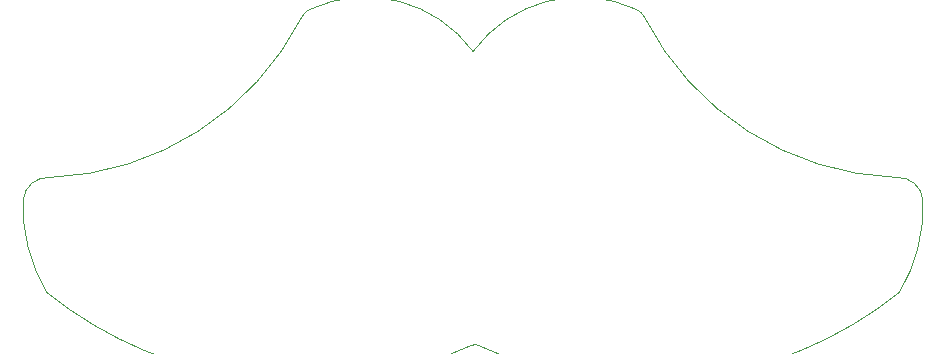
<source format=gbr>
%TF.GenerationSoftware,KiCad,Pcbnew,8.0.1-rc1*%
%TF.CreationDate,2024-05-02T00:25:51-04:00*%
%TF.ProjectId,Mustachio_v2,4d757374-6163-4686-996f-5f76322e6b69,rev?*%
%TF.SameCoordinates,Original*%
%TF.FileFunction,Profile,NP*%
%FSLAX46Y46*%
G04 Gerber Fmt 4.6, Leading zero omitted, Abs format (unit mm)*
G04 Created by KiCad (PCBNEW 8.0.1-rc1) date 2024-05-02 00:25:51*
%MOMM*%
%LPD*%
G01*
G04 APERTURE LIST*
%TA.AperFunction,Profile*%
%ADD10C,0.100000*%
%TD*%
G04 APERTURE END LIST*
D10*
X115194894Y-62312656D02*
G75*
G02*
X115286726Y-62308974I50000J-100000D01*
G01*
X115048485Y-62383536D02*
X115194894Y-62312656D01*
X77014775Y-50128268D02*
G75*
G02*
X79293314Y-48195118I2105027J-171731D01*
G01*
X100619802Y-34600000D02*
G75*
G02*
X101303786Y-33961562I1200005J-600004D01*
G01*
X79005244Y-57928017D02*
G75*
G02*
X77024387Y-50129051I12114570J7228019D01*
G01*
X100619801Y-34600000D02*
G75*
G02*
X79293314Y-48195119I-22200001J11300002D01*
G01*
X101303786Y-33961562D02*
G75*
G02*
X115109901Y-37533928I4716015J-10238441D01*
G01*
X115048485Y-62383536D02*
G75*
G02*
X79005244Y-57928017I-14415466J31400006D01*
G01*
X128916016Y-33961562D02*
G75*
G02*
X129600000Y-34600000I-516016J-1238438D01*
G01*
X150926488Y-48195119D02*
G75*
G02*
X153205027Y-50128268I173512J-2104881D01*
G01*
X153195415Y-50129051D02*
G75*
G02*
X151214557Y-57928016I-14095415J-570949D01*
G01*
X151214558Y-57928017D02*
G75*
G02*
X115286726Y-62308974I-21514558J26928017D01*
G01*
X150926488Y-48195119D02*
G75*
G02*
X129600001Y-34600000I873512J24895119D01*
G01*
X115109901Y-37533928D02*
G75*
G02*
X128916016Y-33961562I9090099J-6666072D01*
G01*
M02*

</source>
